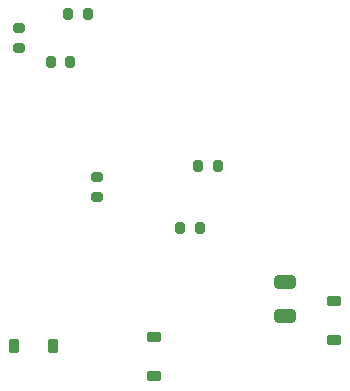
<source format=gbp>
G04 #@! TF.GenerationSoftware,KiCad,Pcbnew,9.0.2*
G04 #@! TF.CreationDate,2025-11-17T19:55:36+09:00*
G04 #@! TF.ProjectId,PitoBoard2026,5069746f-426f-4617-9264-323032362e6b,rev?*
G04 #@! TF.SameCoordinates,Original*
G04 #@! TF.FileFunction,Paste,Bot*
G04 #@! TF.FilePolarity,Positive*
%FSLAX46Y46*%
G04 Gerber Fmt 4.6, Leading zero omitted, Abs format (unit mm)*
G04 Created by KiCad (PCBNEW 9.0.2) date 2025-11-17 19:55:36*
%MOMM*%
%LPD*%
G01*
G04 APERTURE LIST*
G04 Aperture macros list*
%AMRoundRect*
0 Rectangle with rounded corners*
0 $1 Rounding radius*
0 $2 $3 $4 $5 $6 $7 $8 $9 X,Y pos of 4 corners*
0 Add a 4 corners polygon primitive as box body*
4,1,4,$2,$3,$4,$5,$6,$7,$8,$9,$2,$3,0*
0 Add four circle primitives for the rounded corners*
1,1,$1+$1,$2,$3*
1,1,$1+$1,$4,$5*
1,1,$1+$1,$6,$7*
1,1,$1+$1,$8,$9*
0 Add four rect primitives between the rounded corners*
20,1,$1+$1,$2,$3,$4,$5,0*
20,1,$1+$1,$4,$5,$6,$7,0*
20,1,$1+$1,$6,$7,$8,$9,0*
20,1,$1+$1,$8,$9,$2,$3,0*%
G04 Aperture macros list end*
%ADD10RoundRect,0.200000X0.275000X-0.200000X0.275000X0.200000X-0.275000X0.200000X-0.275000X-0.200000X0*%
%ADD11RoundRect,0.225000X0.375000X-0.225000X0.375000X0.225000X-0.375000X0.225000X-0.375000X-0.225000X0*%
%ADD12RoundRect,0.200000X0.200000X0.275000X-0.200000X0.275000X-0.200000X-0.275000X0.200000X-0.275000X0*%
%ADD13RoundRect,0.225000X-0.375000X0.225000X-0.375000X-0.225000X0.375000X-0.225000X0.375000X0.225000X0*%
%ADD14RoundRect,0.225000X-0.225000X-0.375000X0.225000X-0.375000X0.225000X0.375000X-0.225000X0.375000X0*%
%ADD15RoundRect,0.250000X-0.650000X0.325000X-0.650000X-0.325000X0.650000X-0.325000X0.650000X0.325000X0*%
%ADD16RoundRect,0.200000X-0.200000X-0.275000X0.200000X-0.275000X0.200000X0.275000X-0.200000X0.275000X0*%
G04 APERTURE END LIST*
D10*
X141700000Y-64725000D03*
X141700000Y-63075000D03*
D11*
X146500000Y-79950000D03*
X146500000Y-76650000D03*
D12*
X139425000Y-53300000D03*
X137775000Y-53300000D03*
D13*
X161800000Y-73550000D03*
X161800000Y-76850000D03*
D10*
X135100000Y-52125000D03*
X135100000Y-50475000D03*
D12*
X151925000Y-62100000D03*
X150275000Y-62100000D03*
D14*
X134650000Y-77400000D03*
X137950000Y-77400000D03*
D15*
X157600000Y-71925000D03*
X157600000Y-74875000D03*
D16*
X148750000Y-67400000D03*
X150400000Y-67400000D03*
D12*
X140925000Y-49300000D03*
X139275000Y-49300000D03*
M02*

</source>
